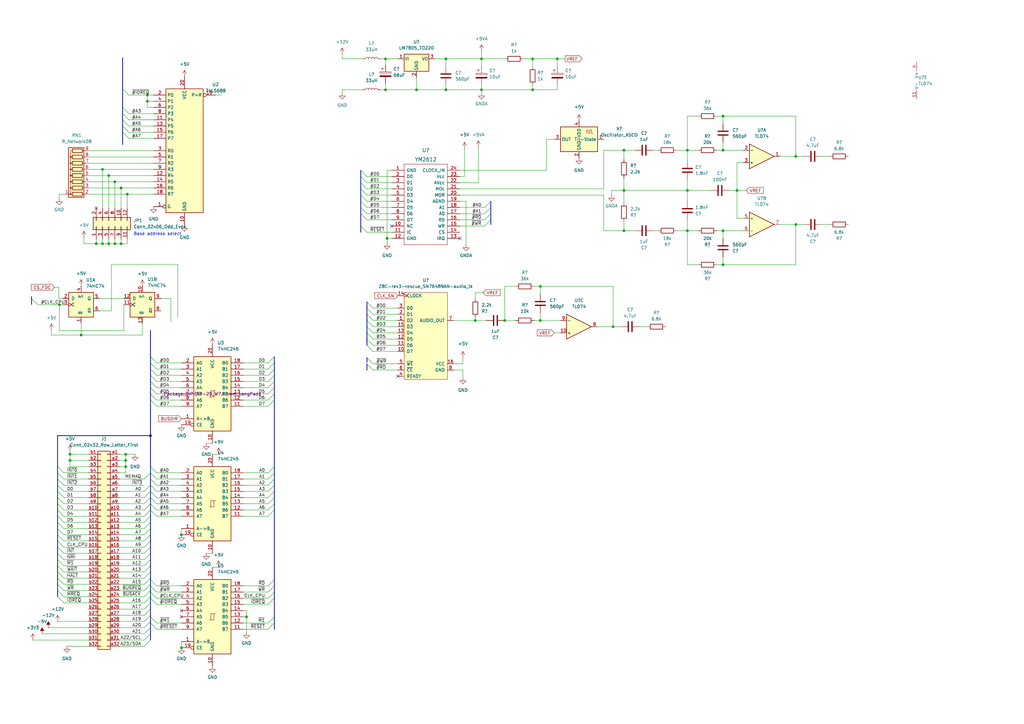
<source format=kicad_sch>
(kicad_sch (version 20211123) (generator eeschema)
  (paper "A3")
  (title_block (title "Z8C - Audio Interface") (date "2022-12-13"))
  (junction (at 39.497 99.949))
  (junction (at 51.562 186.309))
  (junction (at 197.485 36.83))
  (junction (at 255.905 61.595))
  (junction (at 52.197 79.629))
  (junction (at 255.905 78.105))
  (junction (at 158.75 97.79))
  (junction (at 51.562 188.849))
  (junction (at 221.615 131.445))
  (junction (at 74.422 219.329))
  (junction (at 326.39 64.135))
  (junction (at 182.88 24.13))
  (junction (at 197.485 24.13))
  (junction (at 61.722 178.689))
  (junction (at 24.384 124.968))
  (junction (at 42.037 69.469))
  (junction (at 49.657 77.089))
  (junction (at 60.452 38.989))
  (junction (at 74.422 265.684))
  (junction (at 251.46 133.985))
  (junction (at 296.545 108.585))
  (junction (at 255.905 94.615))
  (junction (at 302.26 78.105))
  (junction (at 296.545 94.615))
  (junction (at 60.452 41.529))
  (junction (at 296.545 61.595))
  (junction (at 28.702 186.309))
  (junction (at 42.037 99.949))
  (junction (at 228.6 24.13))
  (junction (at 44.577 99.949))
  (junction (at 44.577 72.009))
  (junction (at 296.545 47.625))
  (junction (at 194.945 131.445))
  (junction (at 281.94 78.105))
  (junction (at 281.94 94.615))
  (junction (at 28.702 188.849))
  (junction (at 49.657 99.949))
  (junction (at 33.274 137.414))
  (junction (at 51.562 191.389))
  (junction (at 101.092 252.984))
  (junction (at 158.115 36.83))
  (junction (at 218.44 36.83))
  (junction (at 218.44 24.13))
  (junction (at 47.117 99.949))
  (junction (at 326.39 92.075))
  (junction (at 207.01 131.445))
  (junction (at 221.615 117.475))
  (junction (at 158.115 24.13))
  (junction (at 281.94 61.595))
  (junction (at 170.815 36.83))
  (junction (at 182.88 36.83))
  (junction (at 47.117 74.549))
  (no_connect (at 74.422 252.984))
  (no_connect (at 74.422 250.444))
  (no_connect (at 163.195 154.305))
  (no_connect (at 160.655 92.71))
  (no_connect (at 39.497 85.344))
  (no_connect (at 188.595 97.79))
  (bus_entry (at 23.622 224.409) (size 2.54 2.54))
  (bus_entry (at 112.522 252.984) (size -2.54 2.54))
  (bus_entry (at 153.035 133.985) (size -2.54 -2.54))
  (bus_entry (at 112.522 237.744) (size -2.54 2.54))
  (bus_entry (at 61.722 209.169) (size 2.54 2.54))
  (bus_entry (at 23.622 229.489) (size 2.54 2.54))
  (bus_entry (at 61.722 237.744) (size 2.54 2.54))
  (bus_entry (at 150.495 72.39) (size -2.54 -2.54))
  (bus_entry (at 64.262 159.004) (size -2.54 -2.54))
  (bus_entry (at 61.722 226.949) (size -2.54 2.54))
  (bus_entry (at 61.722 257.429) (size -2.54 2.54))
  (bus_entry (at 50.292 49.149) (size 2.54 2.54))
  (bus_entry (at 61.722 237.109) (size -2.54 2.54))
  (bus_entry (at 61.722 201.549) (size 2.54 2.54))
  (bus_entry (at 201.295 82.55) (size -2.54 2.54))
  (bus_entry (at 109.982 148.844) (size 2.54 -2.54))
  (bus_entry (at 61.722 245.364) (size 2.54 2.54))
  (bus_entry (at 61.722 239.649) (size -2.54 2.54))
  (bus_entry (at 112.522 209.169) (size -2.54 2.54))
  (bus_entry (at 112.522 196.469) (size -2.54 2.54))
  (bus_entry (at 23.622 244.729) (size 2.54 2.54))
  (bus_entry (at 50.292 36.449) (size 2.54 2.54))
  (bus_entry (at 153.035 139.065) (size -2.54 -2.54))
  (bus_entry (at 61.722 254.889) (size -2.54 2.54))
  (bus_entry (at 153.035 128.905) (size -2.54 -2.54))
  (bus_entry (at 61.722 221.869) (size -2.54 2.54))
  (bus_entry (at 61.722 255.524) (size 2.54 2.54))
  (bus_entry (at 61.722 206.629) (size 2.54 2.54))
  (bus_entry (at 61.722 234.569) (size -2.54 2.54))
  (bus_entry (at 61.722 262.509) (size -2.54 2.54))
  (bus_entry (at 61.722 191.389) (size 2.54 2.54))
  (bus_entry (at 112.522 191.389) (size -2.54 2.54))
  (bus_entry (at 61.722 249.809) (size -2.54 2.54))
  (bus_entry (at 64.262 153.924) (size -2.54 -2.54))
  (bus_entry (at 61.722 247.269) (size -2.54 2.54))
  (bus_entry (at 23.622 226.949) (size 2.54 2.54))
  (bus_entry (at 61.722 242.189) (size -2.54 2.54))
  (bus_entry (at 112.522 242.824) (size -2.54 2.54))
  (bus_entry (at 112.522 201.549) (size -2.54 2.54))
  (bus_entry (at 150.495 146.685) (size 2.54 2.54))
  (bus_entry (at 26.162 201.549) (size -2.54 -2.54))
  (bus_entry (at 61.722 252.984) (size 2.54 2.54))
  (bus_entry (at 12.954 122.428) (size 2.54 2.54))
  (bus_entry (at 61.722 199.009) (size -2.54 2.54))
  (bus_entry (at 109.982 159.004) (size 2.54 -2.54))
  (bus_entry (at 59.182 196.469) (size 2.54 -2.54))
  (bus_entry (at 61.722 252.349) (size -2.54 2.54))
  (bus_entry (at 23.622 191.389) (size 2.54 2.54))
  (bus_entry (at 26.162 214.249) (size -2.54 -2.54))
  (bus_entry (at 109.982 156.464) (size 2.54 -2.54))
  (bus_entry (at 153.035 141.605) (size -2.54 -2.54))
  (bus_entry (at 112.522 240.284) (size -2.54 2.54))
  (bus_entry (at 61.722 224.409) (size -2.54 2.54))
  (bus_entry (at 201.295 90.17) (size -2.54 2.54))
  (bus_entry (at 26.162 209.169) (size -2.54 -2.54))
  (bus_entry (at 150.495 87.63) (size -2.54 -2.54))
  (bus_entry (at 150.495 149.225) (size 2.54 2.54))
  (bus_entry (at 61.722 244.729) (size -2.54 2.54))
  (bus_entry (at 201.295 85.09) (size -2.54 2.54))
  (bus_entry (at 153.035 136.525) (size -2.54 -2.54))
  (bus_entry (at 109.982 151.384) (size 2.54 -2.54))
  (bus_entry (at 109.982 166.624) (size 2.54 -2.54))
  (bus_entry (at 64.262 148.844) (size -2.54 -2.54))
  (bus_entry (at 61.722 204.089) (size 2.54 2.54))
  (bus_entry (at 64.262 164.084) (size -2.54 -2.54))
  (bus_entry (at 50.292 46.609) (size 2.54 2.54))
  (bus_entry (at 150.495 85.09) (size -2.54 -2.54))
  (bus_entry (at 50.292 44.069) (size 2.54 2.54))
  (bus_entry (at 150.495 77.47) (size -2.54 -2.54))
  (bus_entry (at 23.622 193.929) (size 2.54 2.54))
  (bus_entry (at 153.035 126.365) (size -2.54 -2.54))
  (bus_entry (at 61.722 209.169) (size -2.54 2.54))
  (bus_entry (at 50.292 54.229) (size 2.54 2.54))
  (bus_entry (at 112.522 199.009) (size -2.54 2.54))
  (bus_entry (at 109.982 164.084) (size 2.54 -2.54))
  (bus_entry (at 26.162 219.329) (size -2.54 -2.54))
  (bus_entry (at 23.622 234.569) (size 2.54 2.54))
  (bus_entry (at 150.495 90.17) (size -2.54 -2.54))
  (bus_entry (at 150.495 82.55) (size -2.54 -2.54))
  (bus_entry (at 109.982 161.544) (size 2.54 -2.54))
  (bus_entry (at 150.495 74.93) (size -2.54 -2.54))
  (bus_entry (at 147.955 92.71) (size 2.54 2.54))
  (bus_entry (at 26.162 211.709) (size -2.54 -2.54))
  (bus_entry (at 61.722 242.824) (size 2.54 2.54))
  (bus_entry (at 61.722 232.029) (size -2.54 2.54))
  (bus_entry (at 112.522 245.364) (size -2.54 2.54))
  (bus_entry (at 23.622 237.109) (size 2.54 2.54))
  (bus_entry (at 26.162 216.789) (size -2.54 -2.54))
  (bus_entry (at 61.722 229.489) (size -2.54 2.54))
  (bus_entry (at 50.292 51.689) (size 2.54 2.54))
  (bus_entry (at 61.722 199.009) (size 2.54 2.54))
  (bus_entry (at 112.522 206.629) (size -2.54 2.54))
  (bus_entry (at 112.522 255.524) (size -2.54 2.54))
  (bus_entry (at 61.722 204.089) (size -2.54 2.54))
  (bus_entry (at 109.982 153.924) (size 2.54 -2.54))
  (bus_entry (at 61.722 240.284) (size 2.54 2.54))
  (bus_entry (at 26.162 206.629) (size -2.54 -2.54))
  (bus_entry (at 153.035 144.145) (size -2.54 -2.54))
  (bus_entry (at 153.035 131.445) (size -2.54 -2.54))
  (bus_entry (at 61.722 206.629) (size -2.54 2.54))
  (bus_entry (at 61.722 216.789) (size -2.54 2.54))
  (bus_entry (at 23.622 221.869) (size 2.54 2.54))
  (bus_entry (at 23.622 242.189) (size 2.54 2.54))
  (bus_entry (at 23.622 232.029) (size 2.54 2.54))
  (bus_entry (at 61.722 201.549) (size -2.54 2.54))
  (bus_entry (at 112.522 193.929) (size -2.54 2.54))
  (bus_entry (at 201.295 87.63) (size -2.54 2.54))
  (bus_entry (at 61.722 193.929) (size 2.54 2.54))
  (bus_entry (at 64.262 166.624) (size -2.54 -2.54))
  (bus_entry (at 150.495 80.01) (size -2.54 -2.54))
  (bus_entry (at 26.162 204.089) (size -2.54 -2.54))
  (bus_entry (at 64.262 161.544) (size -2.54 -2.54))
  (bus_entry (at 64.262 151.384) (size -2.54 -2.54))
  (bus_entry (at 61.722 259.969) (size -2.54 2.54))
  (bus_entry (at 61.722 214.249) (size -2.54 2.54))
  (bus_entry (at 23.622 196.469) (size 2.54 2.54))
  (bus_entry (at 112.522 204.089) (size -2.54 2.54))
  (bus_entry (at 23.622 239.649) (size 2.54 2.54))
  (bus_entry (at 61.722 196.469) (size 2.54 2.54))
  (bus_entry (at 23.622 219.329) (size 2.54 2.54))
  (bus_entry (at 64.262 156.464) (size -2.54 -2.54))
  (bus_entry (at 61.722 211.709) (size -2.54 2.54))
  (bus_entry (at 61.722 219.329) (size -2.54 2.54))
  (wire (pts (xy 109.982 161.544) (xy 99.822 161.544)))
  (wire (pts (xy 59.182 252.349) (xy 49.022 252.349)))
  (bus (pts (xy 61.722 259.969) (xy 61.722 257.429)))
  (wire (pts (xy 153.035 126.365) (xy 163.195 126.365)))
  (wire (pts (xy 64.262 151.384) (xy 74.422 151.384)))
  (wire (pts (xy 158.75 97.79) (xy 160.655 97.79)))
  (bus (pts (xy 61.722 237.109) (xy 61.722 234.569)))
  (wire (pts (xy 109.982 204.089) (xy 99.822 204.089)))
  (bus (pts (xy 150.495 136.525) (xy 150.495 139.065)))
  (wire (pts (xy 64.262 255.524) (xy 74.422 255.524)))
  (wire (pts (xy 153.035 136.525) (xy 163.195 136.525)))
  (wire (pts (xy 326.39 64.135) (xy 329.565 64.135)))
  (wire (pts (xy 87.122 232.664) (xy 89.662 232.664)))
  (wire (pts (xy 24.257 79.629) (xy 24.257 81.534)))
  (bus (pts (xy 61.722 193.929) (xy 61.722 196.469)))
  (wire (pts (xy 49.022 193.929) (xy 51.562 193.929)))
  (bus (pts (xy 112.522 201.549) (xy 112.522 204.089)))
  (wire (pts (xy 294.005 94.615) (xy 296.545 94.615)))
  (wire (pts (xy 265.43 133.985) (xy 262.255 133.985)))
  (wire (pts (xy 45.72 127.508) (xy 45.72 108.458)))
  (wire (pts (xy 40.894 122.428) (xy 50.8 122.428)))
  (wire (pts (xy 260.35 94.615) (xy 255.905 94.615)))
  (wire (pts (xy 109.982 151.384) (xy 99.822 151.384)))
  (wire (pts (xy 28.702 186.309) (xy 36.322 186.309)))
  (wire (pts (xy 294.005 47.625) (xy 296.545 47.625)))
  (wire (pts (xy 153.035 141.605) (xy 163.195 141.605)))
  (bus (pts (xy 112.522 204.089) (xy 112.522 206.629)))
  (wire (pts (xy 150.495 74.93) (xy 160.655 74.93)))
  (wire (pts (xy 59.182 226.949) (xy 49.022 226.949)))
  (wire (pts (xy 140.335 36.83) (xy 140.335 38.1)))
  (wire (pts (xy 64.262 164.084) (xy 74.422 164.084)))
  (wire (pts (xy 28.702 188.849) (xy 28.702 191.389)))
  (bus (pts (xy 23.622 224.409) (xy 23.622 226.949)))
  (wire (pts (xy 64.262 199.009) (xy 74.422 199.009)))
  (bus (pts (xy 61.722 204.089) (xy 61.722 201.549)))
  (wire (pts (xy 40.894 127.508) (xy 45.72 127.508)))
  (wire (pts (xy 221.615 117.475) (xy 221.615 120.65)))
  (wire (pts (xy 26.162 193.929) (xy 36.322 193.929)))
  (wire (pts (xy 150.495 80.01) (xy 160.655 80.01)))
  (wire (pts (xy 64.262 242.824) (xy 74.422 242.824)))
  (wire (pts (xy 59.182 219.329) (xy 49.022 219.329)))
  (wire (pts (xy 28.702 185.039) (xy 28.702 186.309)))
  (bus (pts (xy 150.495 146.685) (xy 150.495 148.59)))
  (wire (pts (xy 207.01 117.475) (xy 211.455 117.475)))
  (wire (pts (xy 49.022 188.849) (xy 51.562 188.849)))
  (wire (pts (xy 189.865 149.225) (xy 189.865 146.685)))
  (wire (pts (xy 33.274 137.414) (xy 58.42 137.414)))
  (wire (pts (xy 221.615 128.27) (xy 221.615 131.445)))
  (bus (pts (xy 61.722 135.509) (xy 61.722 146.304)))
  (wire (pts (xy 70.104 122.428) (xy 70.104 132.08)))
  (bus (pts (xy 61.722 219.329) (xy 61.722 216.789)))
  (wire (pts (xy 49.657 77.089) (xy 62.992 77.089)))
  (bus (pts (xy 150.495 126.365) (xy 150.495 128.905)))
  (wire (pts (xy 150.495 95.25) (xy 160.655 95.25)))
  (bus (pts (xy 112.522 161.544) (xy 112.522 159.004)))
  (bus (pts (xy 50.292 54.229) (xy 50.292 59.309)))
  (wire (pts (xy 59.182 229.489) (xy 49.022 229.489)))
  (bus (pts (xy 61.722 255.524) (xy 61.722 254.889)))
  (bus (pts (xy 147.955 77.47) (xy 147.955 80.01)))
  (wire (pts (xy 158.115 24.13) (xy 156.21 24.13)))
  (bus (pts (xy 23.622 239.649) (xy 23.622 242.189)))
  (bus (pts (xy 50.292 49.149) (xy 50.292 46.609)))
  (bus (pts (xy 50.292 51.689) (xy 50.292 49.149)))
  (wire (pts (xy 26.162 224.409) (xy 36.322 224.409)))
  (wire (pts (xy 26.162 229.489) (xy 36.322 229.489)))
  (wire (pts (xy 260.35 61.595) (xy 255.905 61.595)))
  (wire (pts (xy 182.88 24.13) (xy 197.485 24.13)))
  (wire (pts (xy 59.182 211.709) (xy 49.022 211.709)))
  (wire (pts (xy 150.495 87.63) (xy 160.655 87.63)))
  (wire (pts (xy 36.322 66.929) (xy 62.992 66.929)))
  (wire (pts (xy 52.197 99.949) (xy 52.197 98.044)))
  (bus (pts (xy 150.495 139.065) (xy 150.495 141.605)))
  (bus (pts (xy 112.522 240.284) (xy 112.522 242.824)))
  (wire (pts (xy 170.815 36.83) (xy 158.115 36.83)))
  (wire (pts (xy 188.595 72.39) (xy 190.5 72.39)))
  (wire (pts (xy 228.6 36.83) (xy 228.6 34.925)))
  (wire (pts (xy 340.36 64.135) (xy 337.185 64.135)))
  (wire (pts (xy 247.65 61.595) (xy 255.905 61.595)))
  (wire (pts (xy 26.162 199.009) (xy 36.322 199.009)))
  (wire (pts (xy 49.657 77.089) (xy 49.657 85.344)))
  (bus (pts (xy 150.495 128.905) (xy 150.495 131.445)))
  (wire (pts (xy 153.035 151.765) (xy 163.195 151.765)))
  (wire (pts (xy 281.94 78.105) (xy 291.465 78.105)))
  (wire (pts (xy 42.037 69.469) (xy 42.037 85.344)))
  (bus (pts (xy 61.722 201.549) (xy 61.722 199.009)))
  (wire (pts (xy 62.992 41.529) (xy 60.452 41.529)))
  (wire (pts (xy 52.832 51.689) (xy 62.992 51.689)))
  (bus (pts (xy 61.722 254.889) (xy 61.722 252.984)))
  (wire (pts (xy 59.182 221.869) (xy 49.022 221.869)))
  (wire (pts (xy 33.274 117.348) (xy 33.274 117.221)))
  (wire (pts (xy 153.035 133.985) (xy 163.195 133.985)))
  (wire (pts (xy 153.035 131.445) (xy 163.195 131.445)))
  (wire (pts (xy 26.162 221.869) (xy 36.322 221.869)))
  (wire (pts (xy 99.822 250.444) (xy 101.092 250.444)))
  (wire (pts (xy 24.257 79.629) (xy 26.162 79.629)))
  (wire (pts (xy 224.155 69.85) (xy 188.595 69.85)))
  (wire (pts (xy 150.495 72.39) (xy 160.655 72.39)))
  (wire (pts (xy 59.182 224.409) (xy 49.022 224.409)))
  (wire (pts (xy 64.262 247.904) (xy 74.422 247.904)))
  (bus (pts (xy 61.722 209.169) (xy 61.722 206.629)))
  (wire (pts (xy 194.945 131.445) (xy 199.39 131.445)))
  (wire (pts (xy 158.115 36.83) (xy 156.21 36.83)))
  (bus (pts (xy 201.295 85.09) (xy 201.295 87.63)))
  (bus (pts (xy 61.722 159.004) (xy 61.722 161.544)))
  (wire (pts (xy 294.005 61.595) (xy 296.545 61.595)))
  (wire (pts (xy 64.262 206.629) (xy 74.422 206.629)))
  (wire (pts (xy 255.905 78.105) (xy 250.825 78.105)))
  (wire (pts (xy 99.822 252.984) (xy 101.092 252.984)))
  (wire (pts (xy 26.162 201.549) (xy 36.322 201.549)))
  (wire (pts (xy 59.182 262.509) (xy 49.022 262.509)))
  (wire (pts (xy 190.5 72.39) (xy 190.5 60.96)))
  (wire (pts (xy 251.46 133.985) (xy 254.635 133.985)))
  (wire (pts (xy 26.162 239.649) (xy 36.322 239.649)))
  (wire (pts (xy 247.65 77.47) (xy 247.65 61.595)))
  (wire (pts (xy 247.65 94.615) (xy 255.905 94.615)))
  (bus (pts (xy 61.722 146.304) (xy 61.722 148.844)))
  (wire (pts (xy 296.545 58.42) (xy 296.545 61.595)))
  (wire (pts (xy 44.577 99.949) (xy 47.117 99.949)))
  (bus (pts (xy 23.622 201.549) (xy 23.622 199.009)))
  (wire (pts (xy 49.022 186.309) (xy 51.562 186.309)))
  (wire (pts (xy 52.832 46.609) (xy 62.992 46.609)))
  (wire (pts (xy 49.657 98.044) (xy 49.657 99.949)))
  (wire (pts (xy 302.26 78.105) (xy 302.26 66.675)))
  (wire (pts (xy 227.33 57.15) (xy 224.155 57.15)))
  (wire (pts (xy 87.122 186.309) (xy 89.662 186.309)))
  (wire (pts (xy 26.162 209.169) (xy 36.322 209.169)))
  (wire (pts (xy 52.832 56.769) (xy 62.992 56.769)))
  (wire (pts (xy 47.117 74.549) (xy 62.992 74.549)))
  (wire (pts (xy 36.322 72.009) (xy 44.577 72.009)))
  (wire (pts (xy 24.384 124.968) (xy 25.654 124.968)))
  (wire (pts (xy 59.182 242.189) (xy 49.022 242.189)))
  (wire (pts (xy 109.982 164.084) (xy 99.822 164.084)))
  (bus (pts (xy 61.722 178.689) (xy 61.722 191.389)))
  (wire (pts (xy 59.182 232.029) (xy 49.022 232.029)))
  (wire (pts (xy 189.865 151.765) (xy 189.865 154.94)))
  (wire (pts (xy 281.94 73.66) (xy 281.94 78.105)))
  (wire (pts (xy 44.577 72.009) (xy 62.992 72.009)))
  (wire (pts (xy 49.022 191.389) (xy 51.562 191.389)))
  (wire (pts (xy 296.545 61.595) (xy 304.8 61.595)))
  (wire (pts (xy 36.322 64.389) (xy 62.992 64.389)))
  (wire (pts (xy 109.982 245.364) (xy 99.822 245.364)))
  (wire (pts (xy 109.982 209.169) (xy 99.822 209.169)))
  (wire (pts (xy 158.75 99.695) (xy 158.75 97.79)))
  (wire (pts (xy 247.65 80.01) (xy 247.65 94.615)))
  (bus (pts (xy 50.292 44.069) (xy 50.292 46.609)))
  (bus (pts (xy 61.722 164.084) (xy 61.722 178.689)))
  (wire (pts (xy 340.36 92.075) (xy 337.185 92.075)))
  (wire (pts (xy 109.982 196.469) (xy 99.822 196.469)))
  (wire (pts (xy 227.33 136.525) (xy 229.87 136.525)))
  (bus (pts (xy 61.722 249.809) (xy 61.722 252.349)))
  (wire (pts (xy 281.94 94.615) (xy 281.94 108.585)))
  (bus (pts (xy 147.955 92.71) (xy 147.955 95.25)))
  (wire (pts (xy 23.622 254.889) (xy 36.322 254.889)))
  (bus (pts (xy 61.722 247.269) (xy 61.722 249.809)))
  (bus (pts (xy 61.722 232.029) (xy 61.722 229.489)))
  (wire (pts (xy 59.182 214.249) (xy 49.022 214.249)))
  (wire (pts (xy 277.495 61.595) (xy 281.94 61.595)))
  (wire (pts (xy 36.322 74.549) (xy 47.117 74.549)))
  (bus (pts (xy 23.622 211.709) (xy 23.622 209.169)))
  (wire (pts (xy 49.022 196.469) (xy 59.182 196.469)))
  (bus (pts (xy 50.292 54.229) (xy 50.292 51.689)))
  (wire (pts (xy 49.022 199.009) (xy 59.182 199.009)))
  (wire (pts (xy 26.162 216.789) (xy 36.322 216.789)))
  (bus (pts (xy 61.722 153.924) (xy 61.722 156.464)))
  (wire (pts (xy 26.162 244.729) (xy 36.322 244.729)))
  (wire (pts (xy 101.092 250.444) (xy 101.092 252.984)))
  (wire (pts (xy 197.485 36.83) (xy 218.44 36.83)))
  (wire (pts (xy 60.452 44.069) (xy 60.452 41.529)))
  (wire (pts (xy 59.182 265.049) (xy 49.022 265.049)))
  (wire (pts (xy 153.035 149.225) (xy 163.195 149.225)))
  (wire (pts (xy 26.162 204.089) (xy 36.322 204.089)))
  (wire (pts (xy 153.035 139.065) (xy 163.195 139.065)))
  (wire (pts (xy 170.815 31.75) (xy 170.815 36.83)))
  (bus (pts (xy 23.622 232.029) (xy 23.622 234.569)))
  (wire (pts (xy 59.182 237.109) (xy 49.022 237.109)))
  (wire (pts (xy 47.117 99.949) (xy 47.117 98.044)))
  (wire (pts (xy 26.162 196.469) (xy 36.322 196.469)))
  (bus (pts (xy 150.495 123.825) (xy 150.495 126.365)))
  (wire (pts (xy 197.485 24.13) (xy 207.01 24.13)))
  (bus (pts (xy 147.955 72.39) (xy 147.955 74.93)))
  (bus (pts (xy 61.722 221.869) (xy 61.722 219.329)))
  (wire (pts (xy 24.384 135.636) (xy 50.8 135.636)))
  (bus (pts (xy 61.722 229.489) (xy 61.722 226.949)))
  (wire (pts (xy 150.495 85.09) (xy 160.655 85.09)))
  (wire (pts (xy 150.495 82.55) (xy 160.655 82.55)))
  (wire (pts (xy 64.262 166.624) (xy 74.422 166.624)))
  (bus (pts (xy 147.955 82.55) (xy 147.955 85.09)))
  (wire (pts (xy 218.44 24.13) (xy 218.44 27.305)))
  (wire (pts (xy 52.197 79.629) (xy 52.197 85.344)))
  (wire (pts (xy 42.037 99.949) (xy 42.037 98.044)))
  (wire (pts (xy 140.335 22.225) (xy 140.335 24.13)))
  (bus (pts (xy 112.522 199.009) (xy 112.522 201.549)))
  (wire (pts (xy 64.262 201.549) (xy 74.422 201.549)))
  (wire (pts (xy 198.755 92.71) (xy 188.595 92.71)))
  (wire (pts (xy 64.262 204.089) (xy 74.422 204.089)))
  (wire (pts (xy 52.832 38.989) (xy 60.452 38.989)))
  (wire (pts (xy 17.272 259.969) (xy 36.322 259.969)))
  (bus (pts (xy 61.722 234.569) (xy 61.722 232.029)))
  (wire (pts (xy 188.595 80.01) (xy 247.65 80.01)))
  (wire (pts (xy 296.545 94.615) (xy 304.8 94.615)))
  (wire (pts (xy 299.085 78.105) (xy 302.26 78.105)))
  (wire (pts (xy 281.94 61.595) (xy 281.94 47.625)))
  (wire (pts (xy 42.037 99.949) (xy 44.577 99.949)))
  (wire (pts (xy 74.422 263.144) (xy 74.422 265.684)))
  (wire (pts (xy 231.775 24.13) (xy 228.6 24.13)))
  (bus (pts (xy 61.722 151.384) (xy 61.722 153.924)))
  (wire (pts (xy 84.582 181.864) (xy 87.122 181.864)))
  (wire (pts (xy 27.432 265.049) (xy 36.322 265.049)))
  (wire (pts (xy 170.815 36.83) (xy 182.88 36.83)))
  (wire (pts (xy 59.182 239.649) (xy 49.022 239.649)))
  (wire (pts (xy 36.322 61.849) (xy 62.992 61.849)))
  (bus (pts (xy 61.722 245.364) (xy 61.722 244.729)))
  (wire (pts (xy 281.94 108.585) (xy 286.385 108.585)))
  (wire (pts (xy 64.262 240.284) (xy 74.422 240.284)))
  (bus (pts (xy 112.522 206.629) (xy 112.522 209.169)))
  (wire (pts (xy 47.117 74.549) (xy 47.117 85.344)))
  (wire (pts (xy 59.182 204.089) (xy 49.022 204.089)))
  (wire (pts (xy 255.905 83.185) (xy 255.905 78.105)))
  (wire (pts (xy 26.162 234.569) (xy 36.322 234.569)))
  (wire (pts (xy 302.26 66.675) (xy 304.8 66.675)))
  (wire (pts (xy 158.115 34.29) (xy 158.115 36.83)))
  (wire (pts (xy 26.162 219.329) (xy 36.322 219.329)))
  (wire (pts (xy 251.46 117.475) (xy 251.46 133.985)))
  (wire (pts (xy 281.94 82.55) (xy 281.94 78.105)))
  (wire (pts (xy 59.182 257.429) (xy 49.022 257.429)))
  (bus (pts (xy 61.722 211.709) (xy 61.722 209.169)))
  (bus (pts (xy 61.722 247.269) (xy 61.722 245.364)))
  (wire (pts (xy 221.615 117.475) (xy 251.46 117.475)))
  (bus (pts (xy 147.955 74.93) (xy 147.955 77.47)))
  (wire (pts (xy 90.932 38.989) (xy 88.392 38.989)))
  (wire (pts (xy 60.452 41.529) (xy 60.452 38.989)))
  (wire (pts (xy 36.322 79.629) (xy 52.197 79.629)))
  (wire (pts (xy 109.982 159.004) (xy 99.822 159.004)))
  (wire (pts (xy 26.162 242.189) (xy 36.322 242.189)))
  (wire (pts (xy 197.485 20.955) (xy 197.485 24.13)))
  (wire (pts (xy 109.982 242.824) (xy 99.822 242.824)))
  (wire (pts (xy 214.63 24.13) (xy 218.44 24.13)))
  (wire (pts (xy 101.092 252.984) (xy 101.092 259.334)))
  (bus (pts (xy 112.522 209.169) (xy 112.522 237.744)))
  (bus (pts (xy 50.292 36.449) (xy 50.292 23.749)))
  (bus (pts (xy 50.292 36.449) (xy 50.292 44.069)))
  (bus (pts (xy 12.954 121.666) (xy 12.954 122.428)))
  (bus (pts (xy 147.955 85.09) (xy 147.955 87.63)))
  (wire (pts (xy 64.262 148.844) (xy 74.422 148.844)))
  (bus (pts (xy 23.622 216.789) (xy 23.622 219.329)))
  (bus (pts (xy 61.722 237.109) (xy 61.722 237.744)))
  (wire (pts (xy 64.262 258.064) (xy 74.422 258.064)))
  (wire (pts (xy 197.485 36.83) (xy 197.485 38.1)))
  (wire (pts (xy 51.562 188.849) (xy 51.562 186.309)))
  (wire (pts (xy 158.115 24.13) (xy 158.115 26.67)))
  (bus (pts (xy 23.622 219.329) (xy 23.622 221.869)))
  (wire (pts (xy 198.755 87.63) (xy 188.595 87.63)))
  (wire (pts (xy 72.898 108.458) (xy 72.898 130.302)))
  (wire (pts (xy 109.982 166.624) (xy 99.822 166.624)))
  (wire (pts (xy 158.75 97.79) (xy 158.75 69.85)))
  (wire (pts (xy 59.182 216.789) (xy 49.022 216.789)))
  (wire (pts (xy 59.182 254.889) (xy 49.022 254.889)))
  (wire (pts (xy 198.755 85.09) (xy 188.595 85.09)))
  (bus (pts (xy 61.722 191.389) (xy 61.722 193.929)))
  (bus (pts (xy 150.495 131.445) (xy 150.495 133.985)))
  (wire (pts (xy 64.262 245.364) (xy 74.422 245.364)))
  (bus (pts (xy 23.622 229.489) (xy 23.622 232.029)))
  (wire (pts (xy 277.495 94.615) (xy 281.94 94.615)))
  (wire (pts (xy 296.545 47.625) (xy 326.39 47.625)))
  (wire (pts (xy 255.905 78.105) (xy 281.94 78.105)))
  (wire (pts (xy 74.422 216.789) (xy 74.422 219.329)))
  (bus (pts (xy 23.622 206.629) (xy 23.622 204.089)))
  (wire (pts (xy 302.26 78.105) (xy 302.26 89.535)))
  (bus (pts (xy 112.522 146.304) (xy 112.522 148.844)))
  (wire (pts (xy 182.88 36.83) (xy 197.485 36.83)))
  (bus (pts (xy 201.295 90.17) (xy 201.295 92.075)))
  (wire (pts (xy 207.01 131.445) (xy 211.455 131.445)))
  (wire (pts (xy 281.94 94.615) (xy 286.385 94.615)))
  (bus (pts (xy 112.522 193.929) (xy 112.522 196.469)))
  (wire (pts (xy 250.825 78.105) (xy 250.825 80.01)))
  (wire (pts (xy 60.452 38.989) (xy 62.992 38.989)))
  (bus (pts (xy 61.722 196.469) (xy 61.722 199.009)))
  (bus (pts (xy 61.722 257.429) (xy 61.722 255.524)))
  (bus (pts (xy 12.954 122.428) (xy 12.954 124.841)))
  (wire (pts (xy 224.155 57.15) (xy 224.155 69.85)))
  (wire (pts (xy 59.182 209.169) (xy 49.022 209.169)))
  (bus (pts (xy 150.495 133.985) (xy 150.495 136.525)))
  (wire (pts (xy 326.39 64.135) (xy 320.04 64.135)))
  (wire (pts (xy 19.812 257.429) (xy 36.322 257.429)))
  (bus (pts (xy 147.955 87.63) (xy 147.955 92.71)))
  (bus (pts (xy 61.722 242.824) (xy 61.722 244.729)))
  (wire (pts (xy 59.182 259.969) (xy 49.022 259.969)))
  (wire (pts (xy 326.39 92.075) (xy 320.04 92.075)))
  (wire (pts (xy 178.435 24.13) (xy 182.88 24.13)))
  (bus (pts (xy 147.955 69.85) (xy 147.955 72.39)))
  (wire (pts (xy 64.262 156.464) (xy 74.422 156.464)))
  (bus (pts (xy 23.622 178.689) (xy 23.622 191.389)))
  (wire (pts (xy 45.72 108.458) (xy 72.898 108.458)))
  (wire (pts (xy 26.162 237.109) (xy 36.322 237.109)))
  (wire (pts (xy 39.497 98.044) (xy 39.497 99.949)))
  (wire (pts (xy 281.94 61.595) (xy 281.94 66.04)))
  (wire (pts (xy 219.075 131.445) (xy 221.615 131.445)))
  (wire (pts (xy 194.945 120.015) (xy 198.12 120.015)))
  (wire (pts (xy 267.97 61.595) (xy 269.875 61.595)))
  (wire (pts (xy 36.322 69.469) (xy 42.037 69.469)))
  (wire (pts (xy 33.274 132.588) (xy 33.274 137.414)))
  (wire (pts (xy 197.485 36.83) (xy 197.485 34.925)))
  (wire (pts (xy 153.035 128.905) (xy 163.195 128.905)))
  (wire (pts (xy 109.982 156.464) (xy 99.822 156.464)))
  (wire (pts (xy 59.182 249.809) (xy 49.022 249.809)))
  (bus (pts (xy 61.722 148.844) (xy 61.722 151.384)))
  (wire (pts (xy 255.905 73.025) (xy 255.905 78.105)))
  (wire (pts (xy 186.055 151.765) (xy 189.865 151.765)))
  (wire (pts (xy 34.417 97.409) (xy 34.417 99.949)))
  (bus (pts (xy 112.522 151.384) (xy 112.522 148.844)))
  (bus (pts (xy 61.722 259.969) (xy 61.722 262.509)))
  (bus (pts (xy 61.722 156.464) (xy 61.722 159.004)))
  (wire (pts (xy 26.162 214.249) (xy 36.322 214.249)))
  (bus (pts (xy 61.722 237.744) (xy 61.722 239.649)))
  (wire (pts (xy 218.44 36.83) (xy 218.44 34.925)))
  (wire (pts (xy 59.182 201.549) (xy 49.022 201.549)))
  (wire (pts (xy 26.162 226.949) (xy 36.322 226.949)))
  (bus (pts (xy 201.295 87.63) (xy 201.295 90.17)))
  (wire (pts (xy 59.182 206.629) (xy 49.022 206.629)))
  (bus (pts (xy 150.495 149.225) (xy 150.495 151.765)))
  (wire (pts (xy 191.135 82.55) (xy 191.135 100.33)))
  (bus (pts (xy 147.955 80.01) (xy 147.955 82.55)))
  (wire (pts (xy 51.562 191.389) (xy 51.562 188.849)))
  (wire (pts (xy 50.8 135.636) (xy 50.8 124.968)))
  (wire (pts (xy 59.182 247.269) (xy 49.022 247.269)))
  (bus (pts (xy 23.622 214.249) (xy 23.622 211.709)))
  (wire (pts (xy 194.945 122.555) (xy 194.945 120.015)))
  (wire (pts (xy 140.335 36.83) (xy 148.59 36.83)))
  (wire (pts (xy 109.982 240.284) (xy 99.822 240.284)))
  (wire (pts (xy 24.13 122.428) (xy 25.654 122.428)))
  (bus (pts (xy 23.622 226.949) (xy 23.622 229.489)))
  (wire (pts (xy 109.982 247.904) (xy 99.822 247.904)))
  (wire (pts (xy 51.562 186.309) (xy 55.372 186.309)))
  (wire (pts (xy 26.162 247.269) (xy 36.322 247.269)))
  (bus (pts (xy 61.722 224.409) (xy 61.722 221.869)))
  (bus (pts (xy 112.522 164.084) (xy 112.522 191.389)))
  (wire (pts (xy 150.495 90.17) (xy 160.655 90.17)))
  (wire (pts (xy 66.04 122.428) (xy 70.104 122.428)))
  (wire (pts (xy 207.01 131.445) (xy 207.01 117.475)))
  (wire (pts (xy 109.982 206.629) (xy 99.822 206.629)))
  (wire (pts (xy 150.495 77.47) (xy 160.655 77.47)))
  (wire (pts (xy 109.982 255.524) (xy 99.822 255.524)))
  (wire (pts (xy 196.215 74.93) (xy 196.215 60.325)))
  (wire (pts (xy 59.182 234.569) (xy 49.022 234.569)))
  (wire (pts (xy 281.94 61.595) (xy 286.385 61.595)))
  (wire (pts (xy 28.702 188.849) (xy 28.702 186.309)))
  (wire (pts (xy 326.39 92.075) (xy 329.565 92.075)))
  (bus (pts (xy 61.722 161.544) (xy 61.722 164.084)))
  (wire (pts (xy 52.832 54.229) (xy 62.992 54.229)))
  (wire (pts (xy 219.075 117.475) (xy 221.615 117.475)))
  (wire (pts (xy 24.13 117.856) (xy 24.13 122.428)))
  (wire (pts (xy 182.88 36.83) (xy 182.88 34.925)))
  (wire (pts (xy 281.94 94.615) (xy 281.94 90.17)))
  (wire (pts (xy 64.262 196.469) (xy 74.422 196.469)))
  (bus (pts (xy 61.722 242.189) (xy 61.722 242.824)))
  (wire (pts (xy 49.657 99.949) (xy 52.197 99.949)))
  (wire (pts (xy 163.195 24.13) (xy 158.115 24.13)))
  (bus (pts (xy 112.522 255.524) (xy 112.522 258.064)))
  (wire (pts (xy 194.945 131.445) (xy 194.945 130.175)))
  (wire (pts (xy 26.162 232.029) (xy 36.322 232.029)))
  (bus (pts (xy 112.522 153.924) (xy 112.522 151.384)))
  (wire (pts (xy 59.182 244.729) (xy 49.022 244.729)))
  (wire (pts (xy 186.055 149.225) (xy 189.865 149.225)))
  (wire (pts (xy 21.082 137.414) (xy 33.274 137.414)))
  (wire (pts (xy 22.352 117.856) (xy 24.13 117.856)))
  (wire (pts (xy 188.595 77.47) (xy 247.65 77.47)))
  (wire (pts (xy 44.577 72.009) (xy 44.577 85.344)))
  (bus (pts (xy 112.522 191.389) (xy 112.522 193.929)))
  (bus (pts (xy 112.522 196.469) (xy 112.522 199.009)))
  (bus (pts (xy 23.622 237.109) (xy 23.622 239.649)))
  (wire (pts (xy 197.485 24.13) (xy 197.485 27.305)))
  (wire (pts (xy 296.545 108.585) (xy 296.545 105.41)))
  (wire (pts (xy 109.982 199.009) (xy 99.822 199.009)))
  (wire (pts (xy 188.595 74.93) (xy 196.215 74.93)))
  (wire (pts (xy 64.262 161.544) (xy 74.422 161.544)))
  (bus (pts (xy 112.522 156.464) (xy 112.522 153.924)))
  (wire (pts (xy 58.42 137.414) (xy 58.42 132.588)))
  (bus (pts (xy 23.622 209.169) (xy 23.622 206.629)))
  (bus (pts (xy 112.522 245.364) (xy 112.522 252.984)))
  (wire (pts (xy 109.982 211.709) (xy 99.822 211.709)))
  (wire (pts (xy 251.46 133.985) (xy 245.11 133.985)))
  (wire (pts (xy 64.262 193.929) (xy 74.422 193.929)))
  (wire (pts (xy 198.755 90.17) (xy 188.595 90.17)))
  (bus (pts (xy 112.522 252.984) (xy 112.522 255.524)))
  (wire (pts (xy 221.615 131.445) (xy 229.87 131.445)))
  (bus (pts (xy 23.622 204.089) (xy 23.622 201.549)))
  (bus (pts (xy 112.522 242.824) (xy 112.522 245.364)))
  (wire (pts (xy 26.162 206.629) (xy 36.322 206.629)))
  (bus (pts (xy 61.722 240.284) (xy 61.722 242.189)))
  (bus (pts (xy 112.522 164.084) (xy 112.522 161.544)))
  (bus (pts (xy 61.722 216.789) (xy 61.722 214.249)))
  (wire (pts (xy 267.97 94.615) (xy 269.875 94.615)))
  (wire (pts (xy 109.982 201.549) (xy 99.822 201.549)))
  (wire (pts (xy 52.832 49.149) (xy 62.992 49.149)))
  (wire (pts (xy 182.88 24.13) (xy 182.88 27.305)))
  (wire (pts (xy 62.992 44.069) (xy 60.452 44.069)))
  (wire (pts (xy 158.75 69.85) (xy 160.655 69.85)))
  (wire (pts (xy 302.26 78.105) (xy 306.07 78.105)))
  (wire (pts (xy 21.082 135.382) (xy 21.082 137.414)))
  (wire (pts (xy 64.262 211.709) (xy 74.422 211.709)))
  (wire (pts (xy 51.562 193.929) (xy 51.562 191.389)))
  (bus (pts (xy 61.722 239.649) (xy 61.722 240.284)))
  (wire (pts (xy 109.982 258.064) (xy 99.822 258.064)))
  (bus (pts (xy 112.522 159.004) (xy 112.522 156.464)))
  (bus (pts (xy 23.622 196.469) (xy 23.622 199.009)))
  (wire (pts (xy 28.702 191.389) (xy 36.322 191.389)))
  (wire (pts (xy 326.39 47.625) (xy 326.39 64.135)))
  (wire (pts (xy 296.545 47.625) (xy 296.545 50.8)))
  (bus (pts (xy 23.622 191.389) (xy 23.622 193.929)))
  (wire (pts (xy 64.262 159.004) (xy 74.422 159.004)))
  (bus (pts (xy 112.522 237.744) (xy 112.522 240.284)))
  (wire (pts (xy 13.462 262.509) (xy 36.322 262.509)))
  (bus (pts (xy 23.622 242.189) (xy 23.622 244.729)))
  (bus (pts (xy 61.722 226.949) (xy 61.722 224.409)))
  (wire (pts (xy 186.055 131.445) (xy 194.945 131.445)))
  (wire (pts (xy 34.417 99.949) (xy 39.497 99.949)))
  (wire (pts (xy 281.94 47.625) (xy 286.385 47.625)))
  (wire (pts (xy 228.6 24.13) (xy 228.6 27.305)))
  (bus (pts (xy 23.622 216.789) (xy 23.622 214.249)))
  (wire (pts (xy 109.982 148.844) (xy 99.822 148.844)))
  (wire (pts (xy 326.39 108.585) (xy 326.39 92.075)))
  (wire (pts (xy 296.545 97.79) (xy 296.545 94.615)))
  (wire (pts (xy 255.905 94.615) (xy 255.905 90.805)))
  (wire (pts (xy 218.44 24.13) (xy 228.6 24.13)))
  (wire (pts (xy 140.335 24.13) (xy 148.59 24.13)))
  (wire (pts (xy 296.545 108.585) (xy 326.39 108.585)))
  (wire (pts (xy 15.494 124.968) (xy 24.384 124.968)))
  (wire (pts (xy 36.322 188.849) (xy 28.702 188.849)))
  (bus (pts (xy 23.622 178.689) (xy 61.722 178.689)))
  (wire (pts (xy 26.162 211.709) (xy 36.322 211.709)))
  (wire (pts (xy 84.582 226.949) (xy 87.122 226.949)))
  (wire (pts (xy 39.497 99.949) (xy 42.037 99.949)))
  (wire (pts (xy 42.037 69.469) (xy 62.992 69.469)))
  (wire (pts (xy 188.595 82.55) (xy 191.135 82.55)))
  (wire (pts (xy 36.322 77.089) (xy 49.657 77.089)))
  (wire (pts (xy 255.905 61.595) (xy 255.905 65.405)))
  (wire (pts (xy 294.005 108.585) (xy 296.545 108.585)))
  (bus (pts (xy 23.622 221.869) (xy 23.622 224.409)))
  (bus (pts (xy 61.722 214.249) (xy 61.722 211.709)))
  (wire (pts (xy 64.262 153.924) (xy 74.422 153.924)))
  (wire (pts (xy 109.982 193.929) (xy 99.822 193.929)))
  (bus (pts (xy 23.622 193.929) (xy 23.622 196.469)))
  (bus (pts (xy 23.622 234.569) (xy 23.622 237.109)))
  (wire (pts (xy 52.197 79.629) (xy 62.992 79.629)))
  (wire (pts (xy 24.384 124.968) (xy 24.384 135.636)))
  (wire (pts (xy 218.44 36.83) (xy 228.6 36.83)))
  (wire (pts (xy 153.035 144.145) (xy 163.195 144.145)))
  (wire (pts (xy 64.262 209.169) (xy 74.422 209.169)))
  (wire (pts (xy 109.982 153.924) (xy 99.822 153.924)))
  (bus (pts (xy 61.722 206.629) (xy 61.722 204.089)))
  (wire (pts (xy 44.577 99.949) (xy 44.577 98.044)))
  (wire (pts (xy 302.26 89.535) (xy 304.8 89.535)))
  (bus (pts (xy 201.295 82.55) (xy 201.295 85.09)))
  (wire (pts (xy 47.117 99.949) (xy 49.657 99.949)))
  (bus (pts (xy 61.722 252.984) (xy 61.722 252.349)))
  (text "Base address select" (at 54.737 96.774 0) (effects (font (size 1.27 1.27)) (justify left bottom)))
  (label "A21" (at 57.912 259.969 180))
  (label "D0" (at 108.712 148.844 180))
  (label "A20" (at 57.912 257.429 180))
  (label "~{#IOREQ}" (at 54.102 38.989 0))
  (label "#A7" (at 54.102 56.769 0))
  (label "A2" (at 57.912 206.629 180))
  (label "~{INT2}" (at 27.432 199.009 0))
  (label "#A5" (at 54.102 51.689 0))
  (label "~{NMI}" (at 27.432 229.489 0))
  (label "A0" (at 108.712 193.929 180))
  (label "#D0" (at 151.765 72.39 0))
  (label "#D1" (at 65.532 151.384 0))
  (label "~{#RD}" (at 154.305 151.765 0))
  (label "#A3" (at 54.102 46.609 0))
  (label "A7" (at 108.712 211.709 180))
  (label "A7" (at 57.912 219.329 180))
  (label "~{RD}" (at 108.712 240.284 180))
  (label "~{WR}" (at 108.712 242.824 180))
  (label "A4" (at 57.912 211.709 180))
  (label "#D1" (at 151.765 74.93 0))
  (label "~{#RESET}" (at 65.532 258.064 0))
  (label "D6" (at 108.712 164.084 180))
  (label "A22{slash}SCL" (at 57.912 262.509 180))
  (label "#D6" (at 65.532 164.084 0))
  (label "#D6" (at 154.305 141.605 0))
  (label "D1" (at 108.712 151.384 180))
  (label "A2" (at 108.712 199.009 180))
  (label "A3" (at 108.712 201.549 180))
  (label "A6" (at 108.712 209.169 180))
  (label "#A4" (at 65.532 204.089 0))
  (label "A15" (at 57.912 239.649 180))
  (label "D4" (at 108.712 159.004 180))
  (label "~{#RD}" (at 197.485 90.17 180))
  (label "CLK_CPU" (at 108.712 245.364 180))
  (label "A5" (at 57.912 214.249 180))
  (label "A10" (at 57.912 226.949 180))
  (label "A9" (at 57.912 224.409 180))
  (label "#CLK_CPU" (at 65.532 245.364 0))
  (label "D0" (at 27.432 201.549 0))
  (label "~{#WR}" (at 65.532 242.824 0))
  (label "A11" (at 57.912 229.489 180))
  (label "#D4" (at 65.532 159.004 0))
  (label "#CLK_CPU" (at 16.764 124.968 0))
  (label "D5" (at 27.432 214.249 0))
  (label "#D7" (at 151.765 90.17 0))
  (label "D5" (at 108.712 161.544 180))
  (label "~{#WR}" (at 197.485 92.71 180))
  (label "A13" (at 57.912 234.569 180))
  (label "D1" (at 27.432 204.089 0))
  (label "A5" (at 108.712 206.629 180))
  (label "~{RD}" (at 27.432 239.649 0))
  (label "~{INT}" (at 27.432 226.949 0))
  (label "#D0" (at 154.305 126.365 0))
  (label "~{WAIT}" (at 27.432 234.569 0))
  (label "~{IOREQ}" (at 108.712 247.904 180))
  (label "A4" (at 108.712 204.089 180))
  (label "~{BUSREQ}" (at 57.912 242.189 180))
  (label "#D7" (at 65.532 166.624 0))
  (label "D2" (at 108.712 153.924 180))
  (label "~{RESET}" (at 27.432 221.869 0))
  (label "A18" (at 57.912 252.349 180))
  (label "D4" (at 27.432 211.709 0))
  (label "~{BUSACK}" (at 57.912 244.729 180))
  (label "A16" (at 57.912 247.269 180))
  (label "D3" (at 27.432 209.169 0))
  (label "A3" (at 57.912 209.169 180))
  (label "~{IOREQ}" (at 27.432 247.269 0))
  (label "A0" (at 57.912 201.549 180))
  (label "#D5" (at 151.765 85.09 0))
  (label "~{#M1}" (at 65.532 255.524 0))
  (label "~{M1}" (at 108.712 255.524 180))
  (label "D3" (at 108.712 156.464 180))
  (label "~{INT3}" (at 54.102 199.009 0))
  (label "~{RESET}" (at 151.765 95.25 0))
  (label "#D7" (at 154.305 144.145 0))
  (label "#A0" (at 65.532 193.929 0))
  (label "#D4" (at 154.305 136.525 0))
  (label "CLK_CPU" (at 27.432 224.409 0))
  (label "#D3" (at 65.532 156.464 0))
  (label "#D2" (at 151.765 77.47 0))
  (label "A1" (at 108.712 196.469 180))
  (label "D7" (at 108.712 166.624 180))
  (label "~{#IOREQ}" (at 65.532 247.904 0))
  (label "#A0" (at 197.485 85.09 180))
  (label "~{INT1}" (at 27.432 196.469 0))
  (label "A12" (at 57.912 232.029 180))
  (label "A6" (at 57.912 216.789 180))
  (label "#D5" (at 65.532 161.544 0))
  (label "D7" (at 27.432 219.329 0))
  (label "MEMAQ" (at 57.912 196.469 180))
  (label "A14" (at 57.912 237.109 180))
  (label "~{#RD}" (at 65.532 240.284 0))
  (label "#A3" (at 65.532 201.549 0))
  (label "D6" (at 27.432 216.789 0))
  (label "#D0" (at 65.532 148.844 0))
  (label "A8" (at 57.912 221.869 180))
  (label "#D1" (at 154.305 128.905 0))
  (label "#A6" (at 54.102 54.229 0))
  (label "~{INT0}" (at 27.432 193.929 0))
  (label "#A5" (at 65.532 206.629 0))
  (label "~{#WR}" (at 154.305 149.225 0))
  (label "#D3" (at 154.305 133.985 0))
  (label "D2" (at 27.432 206.629 0))
  (label "#A7" (at 65.532 211.709 0))
  (label "#A4" (at 54.102 49.149 0))
  (label "#A2" (at 65.532 199.009 0))
  (label "#D4" (at 151.765 82.55 0))
  (label "#D3" (at 151.765 80.01 0))
  (label "~{MREQ}" (at 27.432 244.729 0))
  (label "~{M1}" (at 27.432 232.029 0))
  (label "~{RESET}" (at 108.712 258.064 180))
  (label "#A1" (at 65.532 196.469 0))
  (label "#D5" (at 154.305 139.065 0))
  (label "A19" (at 57.912 254.889 180))
  (label "#D6" (at 151.765 87.63 0))
  (label "A1" (at 57.912 204.089 180))
  (label "~{WR}" (at 27.432 242.189 0))
  (label "#D2" (at 154.305 131.445 0))
  (label "A17" (at 57.912 249.809 180))
  (label "#A6" (at 65.532 209.169 0))
  (label "#D2" (at 65.532 153.924 0))
  (label "A23{slash}SDA" (at 57.912 265.049 180))
  (label "#A1" (at 197.485 87.63 180))
  (label "~{HALT}" (at 27.432 237.109 0))
  (global_label "CLK_SN" (shape input) (at 163.195 121.285 180) (property "Intersheet References" "${INTERSHEET_REFS}" (effects hide)))
  (global_label "VREF" (shape input) (at 227.33 136.525 180) (property "Intersheet References" "${INTERSHEET_REFS}" (effects hide)))
  (global_label "VREF" (shape input) (at 306.07 78.105 0) (property "Intersheet References" "${INTERSHEET_REFS}" (effects hide)))
  (global_label "BUSDIR" (shape input) (at 74.422 171.704 180) (property "Intersheet References" "${INTERSHEET_REFS}" (effects hide)))
  (global_label "CS_FDC" (shape input) (at 22.352 117.856 180) (property "Intersheet References" "${INTERSHEET_REFS}" (effects hide)))
  (global_label "VREF" (shape output) (at 231.775 24.13 0) (property "Intersheet References" "${INTERSHEET_REFS}" (effects hide)))
  (global_label "VREF" (shape input) (at 198.12 120.015 0) (property "Intersheet References" "${INTERSHEET_REFS}" (effects hide)))
  (symbol (lib_id "power:+5V") (at 190.5 60.96 0) (unit 1)
    (property "Reference" "#PWR?" (effects hide))
    (property "Value" "+5V" (at 190.5 55.245 0))
  )
  (symbol (lib_id "Device:R") (at 210.82 24.13 270) (unit 1)
    (property "Reference" "R?" (at 210.82 18.415 90))
    (property "Value" "1k" (at 210.82 20.955 90))
  )
  (symbol (lib_id "Device:C") (at 221.615 124.46 180) (unit 1)
    (property "Reference" "C?" (at 225.425 123.1899 0) (effects (justify right)))
    (property "Value" "560pF" (at 225.425 125.7299 0) (effects (justify right)))
  )
  (symbol (lib_id "Regulator_Linear:LM7805_TO220") (at 170.815 24.13 0) (unit 1)
    (property "Reference" "U?" (at 170.815 17.145 0))
    (property "Value" "LM7805_TO220" (at 170.815 19.685 0))
    (property "Footprint" "Package_TO_SOT_THT:TO-220-3_Vertical" (effects hide))
    (property "Datasheet" "https://www.onsemi.cn/PowerSolutions/document/MC7800-D.PDF" (effects hide))
  )
  (symbol (lib_id "power:+5V") (at 237.49 49.53 0) (unit 1)
    (property "Reference" "#PWR?" (effects hide))
    (property "Value" "+5V" (at 237.49 43.815 0))
  )
  (symbol (lib_id "Device:R") (at 344.17 64.135 90) (unit 1)
    (property "Reference" "R?" (at 344.17 58.42 90))
    (property "Value" "6.8k" (at 344.17 60.96 90))
  )
  (symbol (lib_id "Device:R") (at 255.905 86.995 0) (mirror y) (unit 1)
    (property "Reference" "R?" (at 258.445 88.2651 0) (effects (justify right)))
    (property "Value" "2.2k" (at 258.445 85.7251 0) (effects (justify right)))
  )
  (symbol (lib_id "power:GND") (at 237.49 64.77 0) (unit 1)
    (property "Reference" "#PWR?" (effects hide))
    (property "Value" "GND" (at 237.49 69.85 0))
  )
  (symbol (lib_id "power:GND") (at 24.257 81.534 0) (unit 1)
    (property "Reference" "#PWR036" (effects hide))
    (property "Value" "GND" (at 24.257 85.979 0))
  )
  (symbol (lib_id "Amplifier_Operational:TL074") (at 312.42 64.135 0) (mirror x) (unit 1)
    (property "Reference" "U?" (at 312.42 53.34 0))
    (property "Value" "TL074" (at 312.42 55.88 0))
    (property "Datasheet" "http://www.ti.com/lit/ds/symlink/tl071.pdf" (effects hide))
  )
  (symbol (lib_id "Device:C") (at 281.94 69.85 180) (unit 1)
    (property "Reference" "C?" (at 285.115 68.5799 0) (effects (justify right)))
    (property "Value" "1.8nF" (at 285.115 71.1199 0) (effects (justify right)))
  )
  (symbol (lib_id "Device:R") (at 218.44 31.115 0) (unit 1)
    (property "Reference" "R?" (at 220.345 29.8449 0) (effects (justify left)))
    (property "Value" "1k" (at 220.345 32.3849 0) (effects (justify left)))
  )
  (symbol (lib_id "Device:R") (at 290.195 61.595 90) (unit 1)
    (property "Reference" "R?" (at 290.195 55.88 90))
    (property "Value" "20k" (at 290.195 58.42 90))
  )
  (symbol (lib_id "power:GND") (at 74.422 174.244 0) (unit 1)
    (property "Reference" "#PWR?" (effects hide))
    (property "Value" "GND" (at 74.422 178.689 0))
  )
  (symbol (lib_id "74xx:74HC74") (at 58.42 124.968 0) (unit 2)
    (property "Reference" "U1" (at 60.4394 114.554 0) (effects (justify left)))
    (property "Value" "74HC74" (at 60.4394 117.094 0) (effects (justify left)))
    (property "Footprint" "Package_DIP:DIP-14_W7.62mm_Socket_LongPads" (effects hide))
    (property "Datasheet" "74xx/74hc_hct74.pdf" (effects hide))
  )
  (symbol (lib_id "power:GND") (at 140.335 38.1 0) (unit 1)
    (property "Reference" "#PWR?" (effects hide))
    (property "Value" "GND" (at 140.335 43.18 0))
  )
  (symbol (lib_id "Device:R") (at 269.24 133.985 90) (unit 1)
    (property "Reference" "R?" (at 269.24 128.27 90))
    (property "Value" "6.8k" (at 269.24 130.81 90))
  )
  (symbol (lib_id "power:+12V") (at 140.335 22.225 0) (unit 1)
    (property "Reference" "#PWR?" (effects hide))
    (property "Value" "+12V" (at 140.335 17.145 0))
  )
  (symbol (lib_id "Device:L") (at 152.4 36.83 90) (unit 1)
    (property "Reference" "L?" (at 152.4 30.48 90))
    (property "Value" "33uH" (at 152.4 33.02 90))
  )
  (symbol (lib_id "power:GNDA") (at 250.825 80.01 0) (unit 1)
    (property "Reference" "#PWR?" (effects hide))
    (property "Value" "GNDA" (at 250.825 84.455 0))
  )
  (symbol (lib_id "Device:C") (at 281.94 86.36 0) (mirror y) (unit 1)
    (property "Reference" "C?" (at 285.115 87.6301 0) (effects (justify right)))
    (property "Value" "1.8nF" (at 285.115 85.0901 0) (effects (justify right)))
  )
  (symbol (lib_id "power:+5V") (at 87.122 141.224 0) (unit 1)
    (property "Reference" "#PWR050" (effects hide))
    (property "Value" "+5V" (at 87.122 136.144 0))
  )
  (symbol (lib_id "power:+5V") (at 58.42 117.348 0) (unit 1)
    (property "Reference" "#PWR042" (effects hide))
    (property "Value" "+5V" (at 58.42 112.268 0))
  )
  (symbol (lib_id "Device:R") (at 290.195 47.625 90) (unit 1)
    (property "Reference" "R?" (at 290.195 41.91 90))
    (property "Value" "36k" (at 290.195 44.45 90))
  )
  (symbol (lib_id "Device:R") (at 215.265 117.475 90) (unit 1)
    (property "Reference" "R?" (at 215.265 111.76 90))
    (property "Value" "36k" (at 215.265 114.3 90))
  )
  (symbol (lib_id "Amplifier_Operational:TL074") (at 378.46 33.02 0) (unit 5)
    (property "Reference" "U?" (at 376.555 31.7499 0) (effects (justify left)))
    (property "Value" "TL074" (at 376.555 34.2899 0) (effects (justify left)))
    (property "Datasheet" "http://www.ti.com/lit/ds/symlink/tl071.pdf" (effects hide))
  )
  (symbol (lib_id "power:+5V") (at 89.662 232.664 0) (unit 1)
    (property "Reference" "#PWR053" (effects hide))
    (property "Value" "+5V" (at 89.662 227.584 0))
  )
  (symbol (lib_id "Device:R") (at 273.685 61.595 90) (unit 1)
    (property "Reference" "R?" (at 273.685 55.88 90))
    (property "Value" "18k" (at 273.685 58.42 90))
  )
  (symbol (lib_id "power:GND") (at 55.372 186.309 0) (unit 1)
    (property "Reference" "#PWR041" (effects hide))
    (property "Value" "GND" (at 55.372 191.389 0))
  )
  (symbol (lib_id "Device:C_Polarized") (at 158.115 30.48 0) (unit 1)
    (property "Reference" "C?" (at 161.29 28.3209 0) (effects (justify left)))
    (property "Value" "68uF" (at 161.29 30.8609 0) (effects (justify left)))
  )
  (symbol (lib_id "74xx:74HC245") (at 87.122 206.629 0) (unit 1)
    (property "Reference" "U4" (at 89.1414 185.674 0) (effects (justify left)))
    (property "Value" "74HC245" (at 89.1414 188.214 0) (effects (justify left)))
    (property "Footprint" "Package_DIP:DIP-20_W7.62mm_LongPads" (effects hide))
    (property "Datasheet" "http://www.ti.com/lit/gpn/sn74HC245" (effects hide))
  )
  (symbol (lib_id "power:+5V") (at 75.692 31.369 0) (unit 1)
    (property "Reference" "#PWR046" (effects hide))
    (property "Value" "+5V" (at 75.692 26.289 0))
  )
  (symbol (lib_id "74xx:74HC245") (at 87.122 252.984 0) (unit 1)
    (property "Reference" "U5" (at 89.1414 232.029 0) (effects (justify left)))
    (property "Value" "74HC245" (at 89.1414 234.569 0) (effects (justify left)))
    (property "Footprint" "Package_DIP:DIP-20_W7.62mm_LongPads" (effects hide))
    (property "Datasheet" "http://www.ti.com/lit/gpn/sn74HC245" (effects hide))
  )
  (symbol (lib_id "Device:C") (at 296.545 101.6 0) (mirror y) (unit 1)
    (property "Reference" "C?" (at 300.355 102.8701 0) (effects (justify right)))
    (property "Value" "560pF" (at 300.355 100.3301 0) (effects (justify right)))
  )
  (symbol (lib_id "power:GND") (at 75.692 92.329 0) (unit 1)
    (property "Reference" "#PWR047" (effects hide))
    (property "Value" "GND" (at 75.692 97.409 0))
  )
  (symbol (lib_id "power:GND") (at 87.122 273.304 0) (unit 1)
    (property "Reference" "#PWR051" (effects hide))
    (property "Value" "GND" (at 87.122 277.749 0))
  )
  (symbol (lib_id "Device:C") (at 264.16 94.615 90) (mirror x) (unit 1)
    (property "Reference" "C?" (at 264.16 101.6 90))
    (property "Value" "1uF" (at 264.16 99.06 90))
  )
  (symbol (lib_id "power:+5V") (at 33.274 117.221 0) (unit 1)
    (property "Reference" "#PWR039" (effects hide))
    (property "Value" "+5V" (at 33.274 112.141 0))
  )
  (symbol (lib_id "Amplifier_Operational:TL074") (at 237.49 133.985 0) (mirror x) (unit 3)
    (property "Reference" "U?" (at 237.49 123.19 0))
    (property "Value" "TL074" (at 237.49 125.73 0))
    (property "Datasheet" "http://www.ti.com/lit/ds/symlink/tl071.pdf" (effects hide))
  )
  (symbol (lib_id "power:+5V") (at 89.662 186.309 0) (unit 1)
    (property "Reference" "#PWR052" (effects hide))
    (property "Value" "+5V" (at 89.662 181.229 0))
  )
  (symbol (lib_id "Device:C_Polarized") (at 228.6 31.115 0) (unit 1)
    (property "Reference" "C?" (at 231.775 28.9559 0) (effects (justify left)))
    (property "Value" "10uF" (at 231.775 31.4959 0) (effects (justify left)))
  )
  (symbol (lib_id "power:GND") (at 189.865 154.94 0) (unit 1)
    (property "Reference" "#PWR?" (effects hide))
    (property "Value" "GND" (at 189.865 160.02 0))
  )
  (symbol (lib_id "Amplifier_Operational:TL074") (at 312.42 92.075 0) (unit 2)
    (property "Reference" "U?" (at 312.42 81.28 0))
    (property "Value" "TL074" (at 312.42 83.82 0))
    (property "Datasheet" "http://www.ti.com/lit/ds/symlink/tl071.pdf" (effects hide))
  )
  (symbol (lib_id "Device:R") (at 290.195 108.585 90) (mirror x) (unit 1)
    (property "Reference" "R?" (at 290.195 114.3 90))
    (property "Value" "36k" (at 290.195 111.76 90))
  )
  (symbol (lib_id "Device:R") (at 194.945 126.365 0) (mirror y) (unit 1)
    (property "Reference" "R?" (at 197.485 127.6351 0) (effects (justify right)))
    (property "Value" "2.2k" (at 197.485 125.0951 0) (effects (justify right)))
  )
  (symbol (lib_id "Device:C") (at 182.88 31.115 180) (unit 1)
    (property "Reference" "C?" (at 186.69 29.8449 0) (effects (justify right)))
    (property "Value" "560pF" (at 186.69 32.3849 0) (effects (justify right)))
  )
  (symbol (lib_id "Device:C") (at 295.275 78.105 90) (unit 1)
    (property "Reference" "C?" (at 295.275 71.12 90))
    (property "Value" "100nF" (at 295.275 73.66 90))
  )
  (symbol (lib_id "Device:C_Polarized") (at 197.485 31.115 0) (unit 1)
    (property "Reference" "C?" (at 200.66 28.9559 0) (effects (justify left)))
    (property "Value" "10uF" (at 200.66 31.4959 0) (effects (justify left)))
  )
  (symbol (lib_id "Z8C rev3-cache:Z8C-rev3-rescue_SN76489AN-audio_tk") (at 174.625 137.795 0) (unit 1)
    (property "Reference" "U?" (at 174.625 114.935 0))
    (property "Value" "Z8C-rev3-rescue_SN76489AN-audio_tk" (at 174.625 117.475 0))
    (property "Footprint" "Package_DIP:DIP-16_W7.62mm" (effects hide))
  )
  (symbol (lib_id "power:-12V") (at 19.812 257.429 0) (unit 1)
    (property "Reference" "#PWR033" (effects hide))
    (property "Value" "-12V" (at 19.812 252.349 0))
  )
  (symbol (lib_id "power:+5V") (at 34.417 97.409 0) (unit 1)
    (property "Reference" "#PWR040" (effects hide))
    (property "Value" "+5V" (at 34.417 92.329 0))
  )
  (symbol (lib_id "Device:L") (at 152.4 24.13 90) (unit 1)
    (property "Reference" "L?" (at 152.4 17.78 90))
    (property "Value" "33uH" (at 152.4 20.32 90))
  )
  (symbol (lib_id "Device:C") (at 296.545 54.61 180) (unit 1)
    (property "Reference" "C?" (at 300.355 53.3399 0) (effects (justify right)))
    (property "Value" "560pF" (at 300.355 55.8799 0) (effects (justify right)))
  )
  (symbol (lib_id "Device:C") (at 333.375 92.075 90) (mirror x) (unit 1)
    (property "Reference" "C?" (at 333.375 99.06 90))
    (property "Value" "4.7uF" (at 333.375 96.52 90))
  )
  (symbol (lib_id "power:GND") (at 74.422 265.684 0) (unit 1)
    (property "Reference" "#PWR045" (effects hide))
    (property "Value" "GND" (at 74.422 270.129 0))
  )
  (symbol (lib_id "Device:R") (at 255.905 69.215 180) (unit 1)
    (property "Reference" "R?" (at 258.445 67.9449 0) (effects (justify right)))
    (property "Value" "2.2k" (at 258.445 70.4849 0) (effects (justify right)))
  )
  (symbol (lib_id "74xx:74LS688") (at 75.692 61.849 0) (unit 1)
    (property "Reference" "U2" (at 88.392 34.6583 0))
    (property "Value" "74LS688" (at 88.392 37.1983 0))
    (property "Footprint" "Package_DIP:DIP-20_W7.62mm_LongPads" (effects hide))
    (property "Datasheet" "http://www.ti.com/lit/gpn/sn74LS688" (effects hide))
  )
  (symbol (lib_id "Device:R") (at 290.195 94.615 90) (mirror x) (unit 1)
    (property "Reference" "R?" (at 290.195 100.33 90))
    (property "Value" "20k" (at 290.195 97.79 90))
  )
  (symbol (lib_id "power:GNDA") (at 197.485 38.1 0) (unit 1)
    (property "Reference" "#PWR?" (effects hide))
    (property "Value" "GNDA" (at 197.485 42.545 0))
  )
  (symbol (lib_id "Device:C") (at 333.375 64.135 90) (unit 1)
    (property "Reference" "C?" (at 333.375 57.15 90))
    (property "Value" "4.7uF" (at 333.375 59.69 90))
  )
  (symbol (lib_id "Device:R") (at 344.17 92.075 90) (mirror x) (unit 1)
    (property "Reference" "R?" (at 344.17 97.79 90))
    (property "Value" "6.8k" (at 344.17 95.25 90))
  )
  (symbol (lib_id "Amplifier_Operational:TL074") (at 446.405 153.67 0) (unit 4)
    (property "Reference" "U?" (at 446.405 143.51 0))
    (property "Value" "TL074" (at 446.405 146.05 0))
    (property "Datasheet" "http://www.ti.com/lit/ds/symlink/tl071.pdf" (effects hide))
  )
  (symbol (lib_id "power:GND") (at 84.582 226.949 0) (unit 1)
    (property "Reference" "#PWR049" (effects hide))
    (property "Value" "GND" (at 84.582 231.394 0))
  )
  (symbol (lib_id "power:GND") (at 74.422 219.329 0) (unit 1)
    (property "Reference" "#PWR044" (effects hide))
    (property "Value" "GND" (at 74.422 223.774 0))
  )
  (symbol (lib_id "power:GND") (at 27.432 265.049 0) (unit 1)
    (property "Reference" "#PWR037" (effects hide))
    (property "Value" "GND" (at 27.432 270.129 0))
  )
  (symbol (lib_id "power:+12V") (at 23.622 254.889 0) (unit 1)
    (property "Reference" "#PWR035" (effects hide))
    (property "Value" "+12V" (at 23.622 249.809 0))
  )
  (symbol (lib_id "Device:C") (at 203.2 131.445 90) (mirror x) (unit 1)
    (property "Reference" "C?" (at 203.2 138.43 90))
    (property "Value" "1uF" (at 203.2 135.89 90))
  )
  (symbol (lib_id "Connector_Generic:Conn_02x06_Odd_Even") (at 44.577 92.964 90) (unit 1)
    (property "Reference" "JP1" (at 54.737 90.4239 90) (effects (justify right)))
    (property "Value" "Conn_02x06_Odd_Even" (at 54.737 92.9639 90) (effects (justify right)))
    (property "Footprint" "Connector_PinHeader_2.54mm:PinHeader_2x06_P2.54mm_Vertical" (effects hide))
  )
  (symbol (lib_id "Z8C rev3-cache:Z8C-rev3-rescue_YM2612-ym2612") (at 165.735 82.55 0) (unit 1)
    (property "Reference" "U?" (at 174.625 61.595 0) (effects (font (size 1.524 1.524))))
    (property "Value" "YM2612" (at 174.625 65.405 0) (effects (font (size 1.524 1.524))))
  )
  (symbol (lib_id "power:GND") (at 84.582 181.864 0) (unit 1)
    (property "Reference" "#PWR048" (effects hide))
    (property "Value" "GND" (at 84.582 186.309 0))
  )
  (symbol (lib_id "power:+5V") (at 21.082 135.382 0) (unit 1)
    (property "Reference" "#PWR034" (effects hide))
    (property "Value" "+5V" (at 21.082 130.302 0))
  )
  (symbol (lib_id "Device:C") (at 264.16 61.595 90) (unit 1)
    (property "Reference" "C?" (at 264.16 54.61 90))
    (property "Value" "1uF" (at 264.16 57.15 90))
  )
  (symbol (lib_id "power:GND") (at 158.75 99.695 0) (unit 1)
    (property "Reference" "#PWR?" (effects hide))
    (property "Value" "GND" (at 158.75 104.775 0))
  )
  (symbol (lib_id "power:-5V") (at 17.272 259.969 0) (unit 1)
    (property "Reference" "#PWR032" (effects hide))
    (property "Value" "-5V" (at 17.272 254.889 0))
  )
  (symbol (lib_id "power:GNDA") (at 191.135 100.33 0) (unit 1)
    (property "Reference" "#PWR?" (effects hide))
    (property "Value" "GNDA" (at 191.135 104.775 0))
  )
  (symbol (lib_id "Device:R_Network08") (at 31.242 69.469 90) (unit 1)
    (property "Reference" "RN1" (at 31.496 55.499 90))
    (property "Value" "R_Network08" (at 31.496 58.039 90))
    (property "Footprint" "Resistor_THT:R_Array_SIP9" (effects hide))
    (property "Datasheet" "http://www.vishay.com/docs/31509/csc.pdf" (effects hide))
  )
  (symbol (lib_id "power:GND") (at 101.092 259.334 0) (unit 1)
    (property "Reference" "#PWR054" (effects hide))
    (property "Value" "GND" (at 101.092 263.779 0))
  )
  (symbol (lib_id "power:+5V") (at 189.865 146.685 0) (unit 1)
    (property "Reference" "#PWR?" (effects hide))
    (property "Value" "+5V" (at 189.865 140.97 0))
  )
  (symbol (lib_id "74xx:74HC245") (at 87.122 161.544 0) (unit 1)
    (property "Reference" "U3" (at 89.1414 140.589 0) (effects (justify left)))
    (property "Value" "74HC245" (at 89.1414 143.129 0) (effects (justify left)))
    (property "Footprint" "Package_DIP:DIP-20_W7.62mm_LongPads" (at 87.122 161.544 0))
    (property "Datasheet" "http://www.ti.com/lit/gpn/sn74HC245" (effects hide))
  )
  (symbol (lib_id "power:+5VA") (at 197.485 20.955 0) (unit 1)
    (property "Reference" "#PWR?" (effects hide))
    (property "Value" "+5VA" (at 197.485 15.875 0))
  )
  (symbol (lib_id "74xx:74HC74") (at 33.274 124.968 0) (unit 1)
    (property "Reference" "U1" (at 35.2934 114.808 0) (effects (justify left)))
    (property "Value" "74HC74" (at 35.2934 117.348 0) (effects (justify left)))
    (property "Footprint" "Package_DIP:DIP-14_W7.62mm_Socket_LongPads" (effects hide))
    (property "Datasheet" "74xx/74hc_hct74.pdf" (effects hide))
  )
  (symbol (lib_id "Z8C rev3-cache:Oscillator_ASCO") (at 237.49 57.15 0) (mirror y) (unit 1)
    (property "Reference" "X?" (at 254 52.8193 0))
    (property "Value" "Oscillator_ASCO" (at 254 55.3593 0))
    (property "Footprint" "Oscillator:Oscillator_SMD_Abracon_ASCO-4Pin_1.6x1.2mm" (effects hide))
  )
  (symbol (lib_id "Device:C") (at 258.445 133.985 90) (unit 1)
    (property "Reference" "C?" (at 258.445 127 90))
    (property "Value" "4.7uF" (at 258.445 129.54 90))
  )
  (symbol (lib_id "power:+5VA") (at 196.215 60.325 0) (unit 1)
    (property "Reference" "#PWR?" (effects hide))
    (property "Value" "+5VA" (at 196.215 55.245 0))
  )
  (symbol (lib_id "Connector_Generic:Conn_02x32_Row_Letter_First") (at 43.942 224.409 0) (mirror y) (unit 1)
    (property "Reference" "J1" (at 42.672 179.959 0))
    (property "Value" "Conn_02x32_Row_Letter_First" (at 42.672 182.499 0))
    (property "Footprint" "Connector_DIN:DIN41612_Q_2x32_Male_Horizontal_THT" (effects hide))
  )
  (symbol (lib_id "power:GND") (at 62.992 84.709 0) (unit 1)
    (property "Reference" "#PWR043" (effects hide))
    (property "Value" "GND" (at 62.992 89.789 0))
  )
  (symbol (lib_id "power:+3.3V") (at 13.462 262.509 0) (unit 1)
    (property "Reference" "#PWR031" (effects hide))
    (property "Value" "+3.3V" (at 13.462 257.429 0))
  )
  (symbol (lib_id "Device:R") (at 273.685 94.615 90) (mirror x) (unit 1)
    (property "Reference" "R?" (at 273.685 100.33 90))
    (property "Value" "18k" (at 273.685 97.79 90))
  )
  (symbol (lib_id "power:+5V") (at 28.702 185.039 0) (unit 1)
    (property "Reference" "#PWR038" (effects hide))
    (property "Value" "+5V" (at 28.702 179.959 0))
  )
  (symbol (lib_id "Device:R") (at 215.265 131.445 90) (unit 1)
    (property "Reference" "R?" (at 215.265 125.095 90))
    (property "Value" "10k" (at 215.265 127.635 90))
  )
)
</source>
